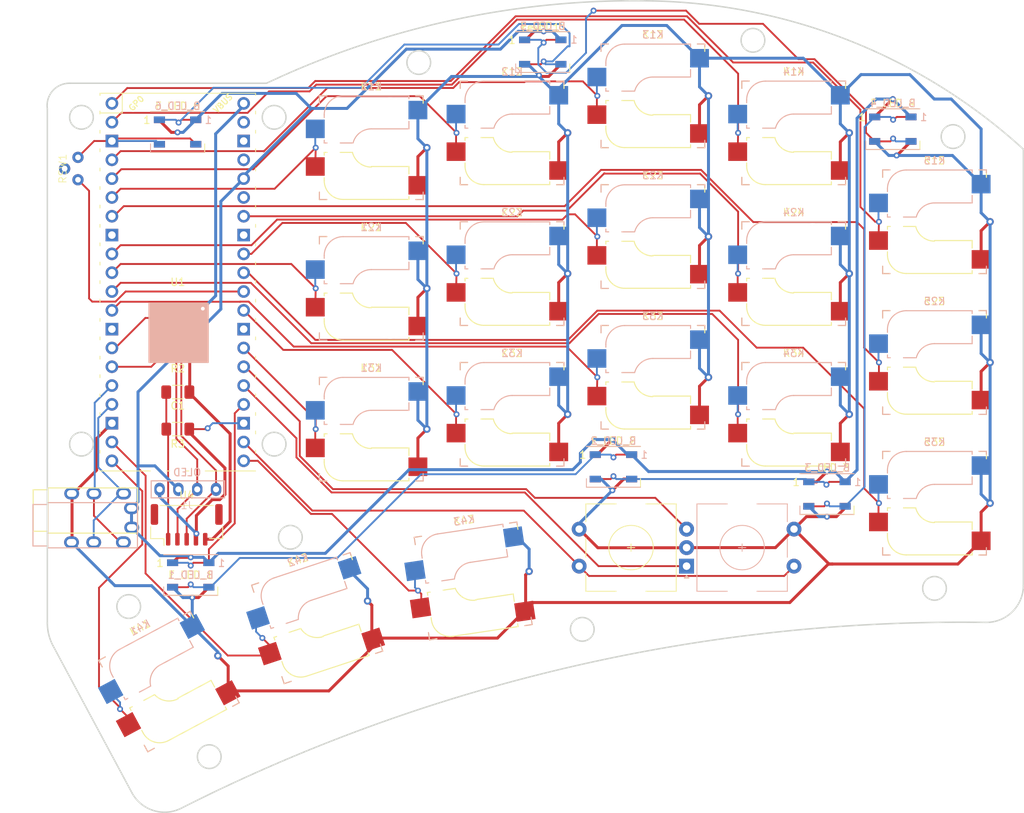
<source format=kicad_pcb>
(kicad_pcb (version 20240108) (generator "pcbnew") (generator_version "8.0")
  (layers (0 "F.Cu" signal) (31 "B.Cu" signal) (34 "B.Paste" user) (35 "F.Paste" user) (36 "B.SilkS" user "B.Silkscreen") (37 "F.SilkS" user "F.Silkscreen") (38 "B.Mask" user) (39 "F.Mask" user) (44 "Edge.Cuts" user))
  (net 0 "")
  (net 1 "+5V")
  (net 2 "TP_RST")
  (net 3 "GND")
  (net 4 "/k11")
  (net 5 "/k12")
  (net 6 "/k13")
  (net 7 "/k14")
  (net 8 "/k15")
  (net 9 "/k21")
  (net 10 "/k22")
  (net 11 "/k23")
  (net 12 "/k24")
  (net 13 "/k25")
  (net 14 "/k31")
  (net 15 "/k32")
  (net 16 "/k33")
  (net 17 "/k34")
  (net 18 "/k35")
  (net 19 "/k41")
  (net 20 "/k42")
  (net 21 "/k43")
  (net 22 "ENA")
  (net 23 "ENB")
  (net 24 "/k44")
  (net 25 "TX")
  (net 26 "RX")
  (net 27 "+3V3")
  (net 31 "run")
  (net 37 "LED")
  (net 38 "Net-(B_LED_1-DOUT)")
  (net 39 "Net-(B_LED_2-DOUT)")
  (net 40 "Net-(B_LED_3-DOUT)")
  (net 41 "Net-(B_LED_4-DOUT)")
  (net 42 "Net-(B_LED_5-DOUT)")
  (net 45 "GND2")
  (net 46 "GND1")
  (net 47 "TP_DAT{slash}I2C1_SDA")
  (net 48 "TP_CLK{slash}I2C1_SCL")
  (footprint "kwkb-footprint:Kailh_socket_MX_reversible" (layer "F.Cu") (at 89.193 113.524 18.3)
    (property "Reference" "K42")
    (property "Value" "KEYSW")
  )
  (footprint "kwkb-footprint:Kailh_socket_MX_reversible" (layer "F.Cu") (at 172.5 98)
    (property "Reference" "K35")
    (property "Value" "KEYSW")
  )
  (footprint "Connector_JST:JST_GH_BM05B-GHS-TBT_1x05-1MP_P1.25mm_Vertical" (layer "F.Cu") (at 71.588 100.92)
    (property "Reference" "U4")
    (property "Value" "trackpoint")
  )
  (footprint "kwkb-footprint:Kailh_socket_MX_reversible" (layer "F.Cu") (at 96.5 69)
    (property "Reference" "K21")
    (property "Value" "KEYSW")
  )
  (footprint "Resistor_SMD:R_1206_3216Metric_Pad1.30x1.75mm_HandSolder" (layer "F.Cu") (at 70.39 88)
    (property "Reference" "R3")
    (property "Value" "100k")
  )
  (footprint "kwkb-footprint:Kailh_socket_MX_reversible" (layer "F.Cu") (at 153.5 86)
    (property "Reference" "K34")
    (property "Value" "KEYSW")
  )
  (footprint "Capacitor_SMD:C_1206_3216Metric_Pad1.33x1.80mm_HandSolder" (layer "F.Cu") (at 70.39 83 180)
    (property "Reference" "C1")
    (property "Value" "2.2uf")
  )
  (footprint "kwkb-footprint:Kailh_socket_MX_reversible" (layer "F.Cu") (at 115.5 48)
    (property "Reference" "K12")
    (property "Value" "KEYSW")
  )
  (footprint "kwkb-footprint:Kailh_socket_MX_reversible" (layer "F.Cu") (at 115.5 86)
    (property "Reference" "K32")
    (property "Value" "KEYSW")
  )
  (footprint "kwkb-footprint:Kailh_socket_MX_reversible" (layer "F.Cu") (at 96.5 50)
    (property "Reference" "K11")
    (property "Value" "KEYSW")
  )
  (footprint "LED_SMD:LED_WS2812B_PLCC4_5.0x5.0mm_P3.2mm" (layer "F.Cu") (at 166.878 47.499)
    (property "Reference" "F_LED_4")
    (property "Value" "WS2812B")
  )
  (footprint "LED_SMD:LED_WS2812B_PLCC4_5.0x5.0mm_P3.2mm" (layer "F.Cu") (at 70.37019 47.882)
    (property "Reference" "F_LED_6")
    (property "Value" "WS2812B")
  )
  (footprint "kwkb-footprint:Kailh_socket_MX_reversible" (layer "F.Cu") (at 96.5 88)
    (property "Reference" "K31")
    (property "Value" "KEYSW")
  )
  (footprint "LED_SMD:LED_WS2812B_PLCC4_5.0x5.0mm_P3.2mm" (layer "F.Cu") (at 129.177 93.09)
    (property "Reference" "F_LED_2")
    (property "Value" "WS2812B")
  )
  (footprint "kwkb-footprint:Kailh_socket_MX_reversible" (layer "F.Cu") (at 115.5 67)
    (property "Reference" "K22")
    (property "Value" "KEYSW")
  )
  (footprint "LED_SMD:LED_WS2812B_PLCC4_5.0x5.0mm_P3.2mm" (layer "F.Cu") (at 119.634 37.084)
    (property "Reference" "F_LED_5")
    (property "Value" "WS2812B")
  )
  (footprint "kwkb-footprint:RotaryEncoder_EC11-no-legs" (layer "F.Cu") (at 131.55 104 180)
    (property "Reference" "SW1")
    (property "Value" "RotaryEncoder_Switch")
  )
  (footprint "kwkb-footprint:4.5x4.5x5side-switch" (layer "F.Cu") (at 55.372 52.832 90)
    (property "Reference" "RSW1")
    (property "Value" "SW_PUSH")
  )
  (footprint "kwkb-footprint:Kailh_socket_MX_reversible" (layer "F.Cu") (at 134.5 62)
    (property "Reference" "K23")
    (property "Value" "KEYSW")
  )
  (footprint "kwkb-footprint:TRRS-PJ-320A" (layer "F.Cu") (at 52.875 98.99 90)
    (property "Reference" "U2")
    (property "Value" "TRRS")
  )
  (footprint "kwkb-footprint:Kailh_socket_MX_reversible" (layer "F.Cu") (at 153.5 48)
    (property "Reference" "K14")
    (property "Value" "KEYSW")
  )
  (footprint "kwkb-footprint:Kailh_socket_MX_reversible" (layer "F.Cu") (at 134.5 81)
    (property "Reference" "K33")
    (property "Value" "KEYSW")
  )
  (footprint "LED_SMD:LED_WS2812B_PLCC4_5.0x5.0mm_P3.2mm" (layer "F.Cu") (at 157.988 96.774)
    (property "Reference" "F_LED_3")
    (property "Value" "WS2812B")
  )
  (footprint "kwkb-footprint:Kailh_socket_MX_reversible" (layer "F.Cu") (at 153.5 67)
    (property "Reference" "K24")
    (property "Value" "KEYSW")
  )
  (footprint "kwkb-footprint:Kailh_socket_MX_reversible" (layer "F.Cu") (at 69.200591 122.09 28.2)
    (property "Reference" "K41")
    (property "Value" "KEYSW")
  )
  (footprint "LED_SMD:LED_WS2812B_PLCC4_5.0x5.0mm_P3.2mm" (layer "F.Cu") (at 72.136 107.696)
    (property "Reference" "F_LED_1")
    (property "Value" "WS2812B")
  )
  (footprint "Resistor_SMD:R_1206_3216Metric_Pad1.30x1.75mm_HandSolder" (layer "F.Cu") (at 70.39 78 180)
    (property "Reference" "R2")
    (property "Value" "4.7k")
  )
  (footprint "kwkb-footprint:Kailh_socket_MX_reversible" (layer "F.Cu") (at 172.5 60)
    (property "Reference" "K15")
    (property "Value" "KEYSW")
  )
  (footprint "kwkb-footprint:RPi_Pico_TH" (layer "F.Cu") (at 70.39 68.15)
    (property "Reference" "U1")
    (property "Value" "Pico")
  )
  (footprint "Resistor_SMD:R_1206_3216Metric_Pad1.30x1.75mm_HandSolder" (layer "F.Cu") (at 70.39 73 180)
    (property "Reference" "R1")
    (property "Value" "4.7k")
  )
  (footprint "kwkb-footprint:Kailh_socket_MX_reversible" (layer "F.Cu") (at 134.5 43)
    (property "Reference" "K13")
    (property "Value" "KEYSW")
  )
  (footprint "kwkb-footprint:Kailh_socket_MX_reversible" (layer "F.Cu") (at 110.25 108.5 8.5)
    (property "Reference" "K43")
    (property "Value" "KEYSW")
  )
  (footprint "kwkb-footprint:Kailh_socket_MX_reversible" (layer "F.Cu") (at 172.5 79)
    (property "Reference" "K25")
    (property "Value" "KEYSW")
  )
  (footprint "LED_SMD:LED_WS2812B_PLCC4_5.0x5.0mm_P3.2mm" (layer "B.Cu") (at 166.878 47.499 180)
    (property "Reference" "B_LED_4")
    (property "Value" "WS2812B")
  )
  (footprint "LED_SMD:LED_WS2812B_PLCC4_5.0x5.0mm_P3.2mm" (layer "B.Cu") (at 129.177 93.09 180)
    (property "Reference" "B_LED_2")
    (property "Value" "WS2812B")
  )
  (footprint "kwkb-footprint:RotaryEncoder_EC11-no-legs" (layer "B.Cu") (at 146.54 104)
    (property "Reference" "SW2")
    (property "Value" "RotaryEncoder_Switch")
  )
  (footprint "LED_SMD:LED_WS2812B_PLCC4_5.0x5.0mm_P3.2mm" (layer "B.Cu") (at 72.136 107.696 180)
    (property "Reference" "B_LED_1")
    (property "Value" "WS2812B")
  )
  (footprint "kwkb-footprint:TRRS-PJ-320A" (layer "B.Cu") (at 52.8475 100.98 -90)
    (property "Reference" "U3")
    (property "Value" "TRRS")
  )
  (footprint "LED_SMD:LED_WS2812B_PLCC4_5.0x5.0mm_P3.2mm" (layer "B.Cu") (at 157.988 96.774 180)
    (property "Reference" "B_LED_3")
    (property "Value" "WS2812B")
  )
  (footprint "kwkb-footprint:OLED" (layer "B.Cu") (at 71.628 96.012 180)
    (property "Reference" "J1")
    (property "Value" "OLED")
  )
  (footprint "LED_SMD:LED_WS2812B_PLCC4_5.0x5.0mm_P3.2mm" (layer "B.Cu") (at 119.634 37.084 180)
    (property "Reference" "B_LED_5")
    (property "Value" "WS2812B")
  )
  (footprint "LED_SMD:LED_WS2812B_PLCC4_5.0x5.0mm_P3.2mm" (layer "B.Cu") (at 70.358 47.88 180)
    (property "Reference" "B_LED_6")
    (property "Value" "WS2812B")
  )
  (gr_rect (start 66.5 71) (end 74.5 79) (stroke (width 0.15)) (fill solid) (layer "B.SilkS"))
  (gr_circle (center 57.39 45.9) (end 58.99 45.9) (stroke (width 0.2)) (fill none) (layer "Edge.Cuts"))
  (gr_arc (start 70.858334 139.186128) (mid 123.616641 120.053861) (end 179.419857 114.097045) (stroke (width 0.2)) (layer "Edge.Cuts"))
  (gr_arc (start 82.363295 41.300459) (mid 107.78088 32.710058) (end 134.492012 30.187347) (stroke (width 0.2)) (layer "Edge.Cuts"))
  (gr_circle (center 63.76626 111.954887) (end 65.36626 111.954887) (stroke (width 0.2)) (fill none) (layer "Edge.Cuts"))
  (gr_circle (center 172.5 109.5) (end 174.1 109.5) (stroke (width 0.2)) (fill none) (layer "Edge.Cuts"))
  (gr_arc (start 70.858334 139.186128) (mid 67.098494 139.494532) (end 64.193323 137.08798) (stroke (width 0.2)) (layer "Edge.Cuts"))
  (gr_circle (center 57.39 90.0295) (end 58.99 90.0295) (stroke (width 0.2)) (fill none) (layer "Edge.Cuts"))
  (gr_line (start 53.5615 117.259295) (end 64.193323 137.08798) (stroke (width 0.2)) (layer "Edge.Cuts"))
  (gr_circle (center 85.582147 102.605622) (end 87.182147 102.605622) (stroke (width 0.2)) (fill none) (layer "Edge.Cuts"))
  (gr_arc (start 134.492012 30.187347) (mid 161.308671 35.658607) (end 184.492 50.205125) (stroke (width 0.2)) (layer "Edge.Cuts"))
  (gr_line (start 52.79 44.734093) (end 52.79 114.187765) (stroke (width 0.2)) (layer "Edge.Cuts"))
  (gr_circle (center 175 48.5) (end 176.6 48.5) (stroke (width 0.2)) (fill none) (layer "Edge.Cuts"))
  (gr_arc (start 184.492 109.097565) (mid 183.001947 112.658537) (end 179.419857 114.097045) (stroke (width 0.2)) (layer "Edge.Cuts"))
  (gr_line (start 184.492 109.097565) (end 184.492 50.205125) (stroke (width 0.2)) (layer "Edge.Cuts"))
  (gr_arc (start 52.79 44.734093) (mid 53.497926 42.327546) (end 55.786346 41.3) (stroke (width 0.2)) (layer "Edge.Cuts"))
  (gr_circle (center 83.39 45.9) (end 84.99 45.9) (stroke (width 0.2)) (fill none) (layer "Edge.Cuts"))
  (gr_circle (center 74.63489 132.225113) (end 76.23489 132.225113) (stroke (width 0.2)) (fill none) (layer "Edge.Cuts"))
  (gr_circle (center 148 35.5) (end 149.6 35.5) (stroke (width 0.2)) (fill none) (layer "Edge.Cuts"))
  (gr_arc (start 53.5615 117.259295) (mid 52.985832 115.771234) (end 52.79 114.187765) (stroke (width 0.2)) (layer "Edge.Cuts"))
  (gr_circle (center 83.39 90.0295) (end 84.99 90.0295) (stroke (width 0.2)) (fill none) (layer "Edge.Cuts"))
  (gr_circle (center 124.969356 115.032953) (end 126.569356 115.032953) (stroke (width 0.2)) (fill none) (layer "Edge.Cuts"))
  (gr_circle (center 102.906175 38.5) (end 104.506175 38.5) (stroke (width 0.2)) (fill none) (layer "Edge.Cuts"))
  (gr_line (start 82.3641 41.3) (end 55.786346 41.3) (stroke (width 0.2)) (layer "Edge.Cuts"))
  (gr_text "rev: 1\n" (at 119.38 33.782 0) (layer "F.SilkS") (effects (font (size 1 1.2))))
  (segment (start 72 73.5) (end 72 83.176) (width 0.4) (layer "F.Cu") (net 1))
  (segment (start 73.766 71.734) (end 72 73.5) (width 0.4) (layer "F.Cu") (net 1))
  (segment (start 75.04866 102.87) (end 74.088 102.87) (width 0.4) (layer "F.Cu") (net 1))
  (segment (start 72 83.176) (end 77.4505 88.6265) (width 0.4) (layer "F.Cu") (net 1))
  (segment (start 77.4505 100.46816) (end 75.04866 102.87) (width 0.4) (layer "F.Cu") (net 1))
  (segment (start 77.4505 88.6265) (end 77.4505 100.46816) (width 0.4) (layer "F.Cu") (net 1))
  (via (at 73.766 71.734) (size 1) (drill 0.5) (layers "F.Cu" "B.Cu") (net 1))
  (segment (start 75.5 48.13) (end 79.28 44.35) (width 0.4) (layer "B.Cu") (net 1))
  (segment (start 73.766 71.734) (end 75.5 70) (width 0.4) (layer "B.Cu") (net 1))
  (segment (start 75.5 70) (end 75.5 48.13) (width 0.4) (layer "B.Cu") (net 1))
  (segment (start 69.088 102.87) (end 69.088 88.248) (width 0.25) (layer "F.Cu") (net 2))
  (segment (start 68.84 88) (end 68.84 83.0125) (width 0.25) (layer "F.Cu") (net 2))
  (segment (start 59.44 93.54) (end 59.44 89.27) (width 0.4) (layer "F.Cu") (net 3))
  (segment (start 59.44 89.27) (end 61.5 87.21) (width 0.4) (layer "F.Cu") (net 3))
  (segment (start 159.258 99.822) (end 157.988 99.822) (width 0.4) (layer "F.Cu") (net 3))
  (segment (start 175.66 106.21) (end 178.79 103.08) (width 0.4) (layer "F.Cu") (net 3))
  (segment (start 140.79 82.21) (end 142 81) (width 0.4) (layer "F.Cu") (net 3))
  (segment (start 158.18 106.21) (end 158.73 106.21) (width 0.4) (layer "F.Cu") (net 3))
  (segment (start 56.12 103.05) (end 56.12 96.86) (width 0.4) (layer "F.Cu") (net 3))
  (segment (start 74.586 109.346) (end 73.188 110.744) (width 0.4) (layer "F.Cu") (net 3))
  (segment (start 131.627 94.74) (end 130.558 94.74) (width 0.4) (layer "F.Cu") (net 3))
  (segment (start 119.2915 40.386) (end 120.432 40.386) (width 0.4) (layer "F.Cu") (net 3))
  (segment (start 178.79 84.08) (end 178.79 80.21) (width 0.4) (layer "F.Cu") (net 3))
  (segment (start 159.79 91.08) (end 159.79 87.21) (width 0.4) (layer "F.Cu") (net 3))
  (segment (start 139.04 104) (end 151.04 104) (width 0.4) (layer "F.Cu") (net 3))
  (segment (start 152.98 111.41) (end 158.18 106.21) (width 0.4) (layer "F.Cu") (net 3))
  (segment (start 117.8 107.2) (end 117.326574 107.673426) (width 0.4) (layer "F.Cu") (net 3))
  (segment (start 158.73 106.21) (end 175.66 106.21) (width 0.4) (layer "F.Cu") (net 3))
  (segment (start 167.423 51.054) (end 167.386 51.054) (width 0.4) (layer "F.Cu") (net 3))
  (segment (start 96.573847 111.773847) (end 96.573847 116.217425) (width 0.4) (layer "F.Cu") (net 3))
  (segment (start 169.328 49.149) (end 167.423 51.054) (width 0.4) (layer "F.Cu") (net 3))
  (segment (start 121.79 91.08) (end 121.79 87.21) (width 0.4) (layer "F.Cu") (net 3))
  (segment (start 121.79 53.08) (end 121.79 49.21) (width 0.4) (layer "F.Cu") (net 3))
  (segment (start 121.79 49.21) (end 123 48) (width 0.4) (layer "F.Cu") (net 3))
  (segment (start 117.326574 112.410576) (end 118.32715 111.41) (width 0.4) (layer "F.Cu") (net 3))
  (segment (start 102.79 51.21) (end 104 50) (width 0.4) (layer "F.Cu") (net 3))
  (segment (start 119.126 40.2205) (end 119.2915 40.386) (width 0.4) (layer "F.Cu") (net 3))
  (segment (start 178.79 80.21) (end 180 79) (width 0.4) (layer "F.Cu") (net 3))
  (segment (start 159.79 87.21) (end 161 86) (width 0.4) (layer "F.Cu") (net 3))
  (segment (start 56.12 96.86) (end 59.44 93.54) (width 0.4) (layer "F.Cu") (net 3))
  (segment (start 90.777085 123.344409) (end 96.573847 117.547647) (width 0.4) (layer "F.Cu") (net 3))
  (segment (start 96 111.2) (end 96.573847 111.773847) (width 0.4) (layer "F.Cu") (net 3))
  (segment (start 130.558 94.74) (end 129.032 96.266) (width 0.4) (layer "F.Cu") (net 3))
  (segment (start 140.79 86.08) (end 140.79 82.21) (width 0.4) (layer "F.Cu") (net 3))
  (segment (start 96.573847 116.217425) (end 113.519725 116.217425) (width 0.4) (layer "F.Cu") (net 3))
  (segment (start 127.07 104.02) (end 139.02 104.02) (width 0.4) (layer "F.Cu") (net 3))
  (segment (start 178.79 99.21) (end 180 98) (width 0.4) (layer "F.Cu") (net 3))
  (segment (start 178.79 61.21) (end 180 60) (width 0.4) (layer "F.Cu") (net 3))
  (segment (start 102.79 70.21) (end 104 69) (width 0.4) (layer "F.Cu") (net 3))
  (segment (start 77.187891 119.987891) (end 77.187891 123.344409) (width 0.4) (layer "F.Cu") (net 3))
  (segment (start 102.79 93.08) (end 102.79 89.21) (width 0.4) (layer "F.Cu") (net 3))
  (segment (start 159.79 53.08) (end 159.79 49.21) (width 0.4) (layer "F.Cu") (net 3))
  (segment (start 140.79 67.08) (end 140.79 63.21) (width 0.4) (layer "F.Cu") (net 3))
  (segment (start 77.187891 123.344409) (end 90.777085 123.344409) (width 0.4) (layer "F.Cu") (net 3))
  (segment (start 153.55 101.5) (end 158.26 106.21) (width 0.4) (layer "F.Cu") (net 3))
  (segment (start 155.218 99.822) (end 153.54 101.5) (width 0.4) (layer "F.Cu") (net 3))
  (segment (start 102.79 74.08) (end 102.79 70.21) (width 0.4) (layer "F.Cu") (net 3))
  (segment (start 159.79 72.08) (end 159.79 68.21) (width 0.4) (layer "F.Cu") (net 3))
  (segment (start 158.26 106.21) (end 158.73 106.21) (width 0.4) (layer "F.Cu") (net 3))
  (segment (start 124.55 101.5) (end 127.07 104.02) (width 0.4) (layer "F.Cu") (net 3))
  (segment (start 140.79 44.21) (end 142 43) (width 0.4) (layer "F.Cu") (net 3))
  (segment (start 140.79 63.21) (end 142 62) (width 0.4) (layer "F.Cu") (net 3))
  (segment (start 102.79 89.21) (end 104 88) (width 0.4) (layer "F.Cu") (net 3))
  (segment (start 140.79 48.08) (end 140.79 44.21) (width 0.4) (layer "F.Cu") (net 3))
  (segment (start 113.519725 116.217425) (end 117.326574 112.410576) (width 0.4) (layer "F.Cu") (net 3))
  (segment (start 118.32715 111.41) (end 152.98 111.41) (width 0.4) (layer "F.Cu") (net 3))
  (segment (start 178.79 65.08) (end 178.79 61.21) (width 0.4) (layer "F.Cu") (net 3))
  (segment (start 157.988 99.822) (end 155.218 99.822) (width 0.4) (layer "F.Cu") (net 3))
  (segment (start 121.79 87.21) (end 123 86) (width 0.4) (layer "F.Cu") (net 3))
  (segment (start 102.79 55.08) (end 102.79 51.21) (width 0.4) (layer "F.Cu") (net 3))
  (segment (start 159.79 68.21) (end 161 67) (width 0.4) (layer "F.Cu") (net 3))
  (segment (start 151.04 104) (end 153.54 101.5) (width 0.4) (layer "F.Cu") (net 3))
  (segment (start 120.432 40.386) (end 122.084 38.734) (width 0.4) (layer "F.Cu") (net 3))
  (segment (start 96.573847 117.547647) (end 96.573847 116.217425) (width 0.4) (layer "F.Cu") (net 3))
  (segment (start 117.326574 107.673426) (end 117.326574 112.410576) (width 0.4) (layer "F.Cu") (net 3))
  (segment (start 160.438 98.642) (end 159.258 99.822) (width 0.4) (layer "F.Cu") (net 3))
  (segment (start 121.79 68.21) (end 123 67) (width 0.4) (layer "F.Cu") (net 3))
  (segment (start 121.79 72.08) (end 121.79 68.21) (width 0.4) (layer "F.Cu") (net 3))
  (segment (start 75.8 118.6) (end 77.187891 119.987891) (width 0.4) (layer "F.Cu") (net 3))
  (segment (start 178.79 103.08) (end 178.79 99.21) (width 0.4) (layer "F.Cu") (net 3))
  (segment (start 73.188 110.744) (end 72.343432 110.744) (width 0.4) (layer "F.Cu") (net 3))
  (segment (start 159.79 49.21) (end 161 48) (width 0.4) (layer "F.Cu") (net 3))
  (via (at 123 86) (size 1) (drill 0.5) (layers "F.Cu" "B.Cu") (net 3))
  (via (at 123 48) (size 1) (drill 0.5) (layers "F.Cu" "B.Cu") (net 3))
  (via (at 123 67) (size 1) (drill 0.5) (layers "F.Cu" "B.Cu") (net 3))
  (via (at 142 62) (size 1) (drill 0.5) (layers "F.Cu" "B.Cu") (net 3))
  (via (at 180 98) (size 1) (drill 0.5) (layers "F.Cu" "B.Cu") (net 3))
  (via (at 72.343432 110.744) (size 0.8) (drill 0.4) (layers "F.Cu" "B.Cu") (net 3))
  (via (at 161 86) (size 1) (drill 0.5) (layers "F.Cu" "B.Cu") (net 3))
  (via (at 180 60) (size 1) (drill 0.5) (layers "F.Cu" "B.Cu") (net 3))
  (via (at 142 43) (size 1) (drill 0.5) (layers "F.Cu" "B.Cu") (net 3))
  (via (at 104 69) (size 1) (drill 0.5) (layers "F.Cu" "B.Cu") (net 3))
  (via (at 119.126 40.2205) (size 0.8) (drill 0.4) (layers "F.Cu" "B.Cu") (net 3))
  (via (at 117.8 107.2) (size 1) (drill 0.5) (layers "F.Cu" "B.Cu") (net 3))
  (via (at 96 111.2) (size 1) (drill 0.5) (layers "F.Cu" "B.Cu") (net 3))
  (via (at 129.032 96.266) (size 0.8) (drill 0.4) (layers "F.Cu" "B.Cu") (net 3))
  (via (at 75.8 118.6) (size 1) (drill 0.5) (layers "F.Cu" "B.Cu") (net 3))
  (via (at 161 67) (size 1) (drill 0.5) (layers "F.Cu" "B.Cu") (net 3))
  (via (at 161 48) (size 1) (drill 0.5) (layers "F.Cu" "B.Cu") (net 3))
  (via (at 142 81) (size 1) (drill 0.5) (layers "F.Cu" "B.Cu") (net 3))
  (via (at 167.386 51.054) (size 0.8) (drill 0.4) (layers "F.Cu" "B.Cu") (net 3))
  (via (at 104 50) (size 1) (drill 0.5) (layers "F.Cu" "B.Cu") (net 3))
  (via (at 104 88) (size 1) (drill 0.5) (layers "F.Cu" "B.Cu") (net 3))
  (via (at 157.988 99.822) (size 0.8) (drill 0.4) (layers "F.Cu" "B.Cu") (net 3))
  (via (at 180 79) (size 1) (drill 0.5) (layers "F.Cu" "B.Cu") (net 3))
  (segment (start 142 62) (end 140.79 60.79) (width 0.4) (layer "B.Cu") (net 3))
  (segment (start 161 48) (end 159.79 46.79) (width 0.4) (layer "B.Cu") (net 3))
  (segment (start 117.8 104.2) (end 116.00493 102.40493) (width 0.4) (layer "B.Cu") (net 3))
  (segment (start 61.4075 108.64) (end 61.41 108.64) (width 0.4) (layer "B.Cu") (net 3))
  (segment (start 161 48) (end 161 67) (width 0.4) (layer "B.Cu") (net 3))
  (segment (start 123 48) (end 121.79 46.79) (width 0.4) (layer "B.Cu") (net 3))
  (segment (start 178.79 77.79) (end 178.79 73.92) (width 0.4) (layer "B.Cu") (net 3))
  (segment (start 72.343432 114.640634) (end 75.8 118.097202) (width 0.4) (layer "B.Cu") (net 3))
  (segment (start 123 86) (end 123 67) (width 0.4) (layer "B.Cu") (net 3))
  (segment (start 178.79 96.79) (end 178.79 92.92) (width 0.4) (layer "B.Cu") (net 3))
  (segment (start 174.924 51.054) (end 178.79 54.92) (width 0.4) (layer "B.Cu") (net 3))
  (segment (start 140.79 60.79) (end 140.79 56.92) (width 0.4) (layer "B.Cu") (net 3))
  (segment (start 156.936 99.822) (end 157.988 99.822) (width 0.4) (layer "B.Cu") (net 3))
  (segment (start 61.91 109.14) (end 66.842798 109.14) (width 0.4) (layer "B.Cu") (net 3))
  (segment (start 104 88) (end 102.79 86.79) (width 0.4) (layer "B.Cu") (net 3))
  (segment (start 178.79 54.92) (end 178.79 47.472) (width 0.4) (layer "B.Cu") (net 3))
  (segment (start 61.41 108.64) (end 61.91 109.14) (width 0.4) (layer "B.Cu") (net 3))
  (segment (start 119.126 40.386) (end 107.324 40.386) (width 0.4) (layer "B.Cu") (net 3))
  (segment (start 104 69) (end 102.79 67.79) (width 0.4) (layer "B.Cu") (net 3))
  (segment (start 136.37 33.5) (end 130.33 33.5) (width 0.4) (layer "B.Cu") (net 3))
  (segment (start 126.727 94.74) (end 127.506 94.74) (width 0.4) (layer "B.Cu") (net 3))
  (segment (start 162.578 40.132) (end 159.79 42.92) (width 0.4) (layer "B.Cu") (net 3))
  (segment (start 56.0475 103.28) (end 61.4075 108.64) (width 0.4) (layer "B.Cu") (net 3))
  (segment (start 155.538 98.424) (end 156.936 99.822) (width 0.4) (layer "B.Cu") (net 3))
  (segment (start 117.8 107.2) (end 117.8 104.2) (width 0.4) (layer "B.Cu") (net 3))
  (segment (start 161 86) (end 159.79 84.79) (width 0.4) (layer "B.Cu") (net 3))
  (segment (start 166.333 51.054) (end 167.211549 51.054) (width 0.4) (layer "B.Cu") (net 3))
  (segment (start 174.752 43.434) (end 172.466 43.434) (width 0.4) (layer "B.Cu") (net 3))
  (segment (start 102.79 48.79) (end 102.79 44.92) (width 0.4) (layer "B.Cu") (net 3))
  (segment (start 159.79 42.92) (end 154.79 37.92) (width 0.4) (layer "B.Cu") (net 3))
  (segment (start 180 60) (end 180 79) (width 0.4) (layer "B.Cu") (net 3))
  (segment (start 102.79 67.79) (end 102.79 63.92) (width 0.4) (layer "B.Cu") (net 3))
  (segment (start 180 60) (end 178.79 58.79) (width 0.4) (layer "B.Cu") (net 3))
  (segment (start 102.79 86.79) (end 102.79 82.92) (width 0.4) (layer "B.Cu") (net 3))
  (segment (start 72.343432 110.744) (end 72.343432 114.640634) (width 0.4) (layer "B.Cu") (net 3))
  (segment (start 178.79 58.79) (end 178.79 54.92) (width 0.4) (layer "B.Cu") (net 3))
  (segment (start 164.428 49.149) (end 166.333 51.054) (width 0.4) (layer "B.Cu") (net 3))
  (segment (start 129.032 96.266) (end 124.55 100.748) (width 0.4) (layer "B.Cu") (net 3))
  (segment (start 140.79 79.79) (end 140.79 75.92) (width 0.4) (layer "B.Cu") (net 3))
  (segment (start 121.79 46.79) (end 121.79 42.92) (width 0.4) (layer "B.Cu") (net 3))
  (segment (start 121.79 65.79) (end 121.79 61.92) (width 0.4) (layer "B.Cu") (net 3))
  (segment (start 104 50) (end 104 69) (width 0.4) (layer "B.Cu") (net 3))
  (segment (start 119.126 40.2205) (end 117.6395 38.734) (width 0.4) (layer "B.Cu") (net 3))
  (segment (start 178.79 47.472) (end 174.752 43.434) (width 0.4) (layer "B.Cu") (net 3))
  (segment (start 140.79 37.92) (end 136.37 33.5) (width 0.4) (layer "B.Cu") (net 3))
  (segment (start 159.79 65.79) (end 159.79 61.92) (width 0.4) (layer "B.Cu") (net 3))
  (segment (start 107.324 40.386) (end 102.79 44.92) (width 0.4) (layer "B.Cu") (net 3))
  (segment (start 123 86) (end 121.79 84.79) (width 0.4) (layer "B.Cu") (net 3))
  (segment (start 142 62) (end 142 81) (width 0.4) (layer "B.Cu") (net 3))
  (segment (start 123 67) (end 123 48) (width 0.4) (layer "B.Cu") (net 3))
  (segment (start 123 67) (end 121.79 65.79) (width 0.4) (layer "B.Cu") (net 3))
  (segment (start 169.164 40.132) (end 162.578 40.132) (width 0.4) (layer "B.Cu") (net 3))
  (segment (start 180 79) (end 178.79 77.79) (width 0.4) (layer "B.Cu") (net 3))
  (segment (start 121.79 84.79) (end 121.79 80.92) (width 0.4) (layer "B.Cu") (net 3))
  (segment (start 71.084 110.744) (end 72.343432 110.744) (width 0.4) (layer "B.Cu") (net 3))
  (segment (start 161 67) (end 161 86) (width 0.4) (layer "B.Cu") (net 3))
  (segment (start 119.126 40.386) (end 119.126 40.2205) (width 0.4) (layer "B.Cu") (net 3))
  (segment (start 161 67) (end 159.79 65.79) (width 0.4) (layer "B.Cu") (net 3))
  (segment (start 104 69) (end 104 88) (width 0.4) (layer "B.Cu") (net 3))
  (segment (start 104 50) (end 102.79 48.79) (width 0.4) (layer "B.Cu") (net 3))
  (segment (start 142 81) (end 140.79 79.79) (width 0.4) (layer "B.Cu") (net 3))
  (segment (start 167.386 51.054) (end 174.924 51.054) (width 0.4) (layer "B.Cu") (net 3))
  (segment (start 159.79 84.79) (end 159.79 80.92) (width 0.4) (layer "B.Cu") (net 3))
  (segment (start 127.506 94.74) (end 129.032 96.266) (width 0.4) (layer "B.Cu") (net 3))
  (segment (start 154.79 37.92) (end 140.79 37.92) (width 0.4) (layer "B.Cu") (net 3))
  (segment (start 96 111.2) (end 96 109.571226) (width 0.4) (layer "B.Cu") (net 3))
  (segment (start 69.686 109.346) (end 71.084 110.744) (width 0.4) (layer "B.Cu") (net 3))
  (segment (start 140.79 41.79) (end 140.79 37.92) (width 0.4) (layer "B.Cu") (net 3))
  (segment (start 142 43) (end 140.79 41.79) (width 0.4) (layer "B.Cu") (net 3))
  (segment (start 180 79) (end 180 98) (width 0.4) (layer "B.Cu") (net 3))
  (segment (start 180 98) (end 178.79 96.79) (width 0.4) (layer "B.Cu") (net 3))
  (segment (start 121.66 42.92) (end 119.253 40.513) (width 0.4) (layer "B.Cu") (net 3))
  (segment (start 130.33 33.5) (end 121.79 42.04) (width 0.4) (layer "B.Cu") (net 3))
  (segment (start 75.8 118.097202) (end 75.8 118.6) (width 0.4) (layer "B.Cu") (net 3))
  (segment (start 96 109.571226) (end 93.098922 106.670148) (width 0.4) (layer "B.Cu") (net 3))
  (segment (start 172.466 43.434) (end 169.164 40.132) (width 0.4) (layer "B.Cu") (net 3))
  (segment (start 142 43) (end 142 62) (width 0.4) (layer "B.Cu") (net 3))
  (segment (start 66.842798 109.14) (end 72.343432 114.640634) (width 0.4) (layer "B.Cu") (net 3))
  (segment (start 119.253 40.513) (end 119.126 40.386) (width 0.4) (layer "B.Cu") (net 3))
  (segment (start 159.79 46.79) (end 159.79 42.92) (width 0.4) (layer "B.Cu") (net 3))
  (segment (start 62.675 55.545) (end 83.455 55.545) (width 0.25) (layer "F.Cu") (net 4))
  (segment (start 88.94 52.54) (end 89 50) (width 0.25) (layer "F.Cu") (net 4))
  (segment (start 61.5 56.72) (end 62.675 55.545) (width 0.25) (layer "F.Cu") (net 4))
  (segment (start 83.455 55.545) (end 89 50) (width 0.25) (layer "F.Cu") (net 4))
  (via (at 89 50) (size 0.8) (drill 0.4) (layers "F.Cu" "B.Cu") (net 4))
  (segment (start 89 50) (end 88.94 49.94) (width 0.25) (layer "B.Cu") (net 4))
  (segment (start 88.94 49.94) (end 88.94 47.46) (width 0.25) (layer "B.Cu") (net 4))
  (segment (start 90.455 43.045) (end 103.045 43.045) (width 0.25) (layer "F.Cu") (net 5))
  (segment (start 62.775 52.905) (end 80.595 52.905) (width 0.25) (layer "F.Cu") (net 5))
  (segment (start 61.5 54.18) (end 62.775 52.905) (width 0.25) (layer "F.Cu") (net 5))
  (segment (start 108 48) (end 107.94 48.06) (width 0.25) (layer "F.Cu") (net 5))
  (segment (start 80.595 52.905) (end 90.455 43.045) (width 0.25) (layer "F.Cu") (net 5))
  (segment (start 107.94 48.06) (end 107.94 50.54) (width 0.25) (layer "F.Cu") (net 5))
  (segment (start 103.045 43.045) (end 108 48) (width 0.25) (layer "F.Cu") (net 5))
  (via (at 108 48) (size 0.8) (drill 0.4) (layers "F.Cu" "B.Cu") (net 5))
  (segment (start 107.94 47.94) (end 108 48) (width 0.25) (layer "B.Cu") (net 5))
  (segment (start 107.94 45.46) (end 107.94 47.94) (width 0.25) (layer "B.Cu") (net 5))
  (segment (start 117.16035 41.148) (end 117.26335 41.045) (width 0.25) (layer "F.Cu") (net 6))
  (segment (start 126.94 45.54) (end 126.94 43.06) (width 0.25) (layer "F.Cu") (net 6))
  (segment (start 82 50.5) (end 90.559944 41.940056) (width 0.25) (layer "F.Cu") (net 6))
  (segment (start 81.965 50.465) (end 82 50.5) (width 0.25) (layer "F.Cu") (net 6))
  (segment (start 61.5 51.64) (end 62.675 50.465) (width 0.25) (layer "F.Cu") (net 6))
  (segment (start 108.352 41.148) (end 117.16035 41.148) (width 0.25) (layer "F.Cu") (net 6))
  (segment (start 107.559944 41.940056) (end 108.352 41.148) (width 0.25) (layer "F.Cu") (net 6))
  (segment (start 126.94 43.06) (end 127 43) (width 0.25) (layer "F.Cu") (net 6))
  (segment (start 90.559944 41.940056) (end 107.559944 41.940056) (width 0.25) (layer "F.Cu") (net 6))
  (segment (start 125.045 41.045) (end 127 43) (width 0.25) (layer "F.Cu") (net 6))
  (segment (start 62.675 50.465) (end 81.965 50.465) (width 0.25) (layer "F.Cu") (net 6))
  (segment (start 117.26335 41.045) (end 125.045 41.045) (width 0.25) (layer "F.Cu") (net 6))
  (via (at 127 43) (size 0.8) (drill 0.4) (layers "F.Cu" "B.Cu") (net 6))
  (segment (start 127 43) (end 126.94 42.94) (width 0.25) (layer "B.Cu") (net 6))
  (segment (start 126.94 42.94) (end 126.94 40.46) (width 0.25) (layer "B.Cu") (net 6))
  (segment (start 146 40) (end 146 48) (width 0.25) (layer "F.Cu") (net 7))
  (segment (start 145.94 50.54) (end 146 48) (width 0.25) (layer "F.Cu") (net 7))
  (segment (start 89.079091 41.490056) (end 107.373548 41.490056) (width 0.25) (layer "F.Cu") (net 7))
  (segment (start 82.703123 42.4) (end 88.169147 42.4) (width 0.25) (layer "F.Cu") (net 7))
  (segment (start 116.155604 32.708) (end 138.708 32.708) (width 0.25) (layer "F.Cu") (net 7))
  (segment (start 138.708 32.708) (end 146 40) (width 0.25) (layer "F.Cu") (net 7))
  (segment (start 79.808123 45.295) (end 82.703123 42.4) (width 0.25) (layer "F.Cu") (net 7))
  (segment (start 107.373548 41.490056) (end 116.155604 32.708) (width 0.25) (layer "F.Cu") (net 7))
  (segment (start 61.5 46.56) (end 62.765 45.295) (width 0.25) (layer "F.Cu") (net 7))
  (segment (start 88.169147 42.4) (end 89.079091 41.490056) (width 0.25) (layer "F.Cu") (net 7))
  (segment (start 62.765 45.295) (end 79.808123 45.295) (width 0.25) (layer "F.Cu") (net 7))
  (via (at 146 48) (size 0.8) (drill 0.4) (layers "F.Cu" "B.Cu") (net 7))
  (segment (start 146 48) (end 145.94 47.94) (width 0.25) (layer "B.Cu") (net 7))
  (segment (start 145.94 47.94) (end 145.94 45.46) (width 0.25) (layer "B.Cu") (net 7))
  (segment (start 145.337014 38.5) (end 139.095014 32.258) (width 0.25) (layer "F.Cu") (net 8))
  (segment (start 115.969208 32.258) (end 107.227208 41) (width 0.25) (layer "F.Cu") (net 8))
  (segment (start 162.5 58) (end 162.5 44.878545) (width 0.25) (layer "F.Cu") (net 8))
  (segment (start 164.5 60) (end 162.5 58) (width 0.25) (layer "F.Cu") (net 8))
  (segment (start 107.227208 41) (end 88.932751 41) (width 0.25) (layer "F.Cu") (net 8))
  (segment (start 165 60) (end 164.5 60) (width 0.25) (layer "F.Cu") (net 8))
  (segment (start 87.982751 41.95) (end 63.57 41.95) (width 0.25) (layer "F.Cu") (net 8))
  (segment (start 162.5 44.878545) (end 156.121455 38.5) (width 0.25) (layer "F.Cu") (net 8))
  (segment (start 139.095014 32.258) (end 115.969208 32.258) (width 0.25) (layer "F.Cu") (net 8))
  (segment (start 63.57 41.95) (end 61.5 44.02) (width 0.25) (layer "F.Cu") (net 8))
  (segment (start 156.121455 38.5) (end 145.337014 38.5) (width 0.25) (layer "F.Cu") (net 8))
  (segment (start 88.932751 41) (end 87.982751 41.95) (width 0.25) (layer "F.Cu") (net 8))
  (segment (start 164.94 62.54) (end 165 60) (width 0.25) (layer "F.Cu") (net 8))
  (via (at 165 60) (size 0.8) (drill 0.4) (layers "F.Cu" "B.Cu") (net 8))
  (segment (start 165 60) (end 164.94 59.94) (width 0.25) (layer "B.Cu") (net 8))
  (segment (start 164.94 59.94) (end 164.94 57.46) (width 0.25) (layer "B.Cu") (net 8))
  (segment (start 62.675 65.705) (end 85.705 65.705) (width 0.25) (layer "F.Cu") (net 9))
  (segment (start 88.94 71.54) (end 89 69) (width 0.25) (layer "F.Cu") (net 9))
  (segment (start 61.5 66.88) (end 62.675 65.705) (width 0.25) (layer "F.Cu") (net 9))
  (segment (start 85.705 65.705) (end 89 69) (width 0.25) (layer "F.Cu") (net 9))
  (via (at 89 69) (size 0.8) (drill 0.4) (layers "F.Cu" "B.Cu") (net 9))
  (segment (start 88.94 68.94) (end 88.94 66.46) (width 0.25) (layer "B.Cu") (net 9))
  (segment (start 89 69) (end 88.94 68.94) (width 0.25) (layer "B.Cu") (net 9))
  (segment (start 84.5 60.16) (end 101.16 60.16) (width 0.25) (layer "F.Cu") (net 10))
  (segment (start 79.28 64.34) (end 80.32 64.34) (width 0.25) (layer "F.Cu") (net 10))
  (segment (start 107.94 69.54) (end 108 67) (width 0.25) (layer "F.Cu") (net 10))
  (segment (start 101.16 60.16) (end 108 67) (width 0.25) (layer "F.Cu") (net 10))
  (segment (start 80.32 64.34) (end 84.5 60.16) (width 0.25) (layer "F.Cu") (net 10))
  (via (at 108 67) (size 0.8) (drill 0.4) (layers "F.Cu" "B.Cu") (net 10))
  (segment (start 107.94 66.94) (end 107.94 64.46) (width 0.25) (layer "B.Cu") (net 10))
  (segment (start 108 67) (end 107.94 66.94) (width 0.25) (layer "B.Cu") (net 10))
  (segment (start 126.94 64.54) (end 126.94 62.06) (width 0.25) (layer "F.Cu") (net 11))
  (segment (start 126.94 62.06) (end 127 62) (width 0.25) (layer "F.Cu") (net 11))
  (segment (start 124 59) (end 123 59) (width 0.25) (layer "F.Cu") (net 11))
  (segment (start 62.675 63.165) (end 61.5 64.34) (width 0.25) (layer "F.Cu") (net 11))
  (segment (start 83.79 59.71) (end 80.335 63.165) (width 0.25) (layer "F.Cu") (net 11))
  (segment (start 127 62) (end 124 59) (width 0.25) (layer "F.Cu") (net 11))
  (segment (start 122.29 59.71) (end 83.79 59.71) (width 0.25) (layer "F.Cu") (net 11))
  (segment (start 80.335 63.165) (end 62.675 63.165) (width 0.25) (layer "F.Cu") (net 11))
  (segment (start 123 59) (end 122.29 59.71) (width 0.25) (layer "F.Cu") (net 11))
  (via (at 127 62) (size 0.8) (drill 0.4) (layers "F.Cu" "B.Cu") (net 11))
  (segment (start 127 62) (end 126.94 61.94) (width 0.25) (layer "B.Cu") (net 11))
  (segment (start 126.94 61.94) (end 126.94 59.46) (width 0.25) (layer "B.Cu") (net 11))
  (segment (start 146 67) (end 146 58.636396) (width 0.25) (layer "F.Cu") (net 12))
  (segment (start 122.9 58.5) (end 117 58.5) (width 0.25) (layer "F.Cu") (net 12))
  (segment (start 145.94 69.54) (end 145.94 67.06) (width 0.25) (layer "F.Cu") (net 12))
  (segment (start 116.24 59.26) (end 79.28 59.26) (width 0.25) (layer "F.Cu") (net 12))
  (segment (start 145.94 67.06) (end 146 67) (width 0.25) (layer "F.Cu") (net 12))
  (segment (start 146 58.636396) (end 140.863604 53.5) (width 0.25) (layer "F.Cu") (net 12))
  (segment (start 127.95 53.45) (end 122.9 58.5) (width 0.25) (layer "F.Cu") (net 12))
  (segment (start 140.863604 53.5) (end 128 53.5) (width 0.25) (layer "F.Cu") (net 12))
  (segment (start 128 53.5) (end 127.95 53.45) (width 0.25) (layer "F.Cu") (net 12))
  (segment (start 117 58.5) (end 116.24 59.26) (width 0.25) (layer "F.Cu") (net 12))
  (via micro (at 146 67) (size 0.3) (drill 0.1) (layers "F.Cu" "B.Cu") (net 12))
  (via (at 146 67) (size 0.8) (drill 0.4) (layers "F.Cu" "B.Cu") (net 12))
  (segment (start 145.94 66.94) (end 145.94 64.46) (width 0.25) (layer "B.Cu") (net 12))
  (segment (start 146 67) (end 145.94 66.94) (width 0.25) (layer "B.Cu") (net 12))
  (segment (start 61.5 59.5) (end 63.105 57.895) (width 0.25) (layer "F.Cu") (net 13))
  (segment (start 163 77) (end 165 79) (width 0.25) (layer "F.Cu") (net 13))
  (segment (start 141 53) (end 148.045 60.045) (width 0.25) (layer "F.Cu") (net 13))
  (segment (start 127.5 53) (end 141 53) (width 0.25) (layer "F.Cu") (net 13))
  (segment (start 163 61) (end 163 77) (width 0.25) (layer "F.Cu") (net 13))
  (segment (start 63.105 57.895) (end 122.605 57.895) (width 0.25) (layer "F.Cu") (net 13))
  (segment (start 122.605 57.895) (end 127.5 53) (width 0.25) (layer "F.Cu") (net 13))
  (segment (start 162.045 60.045) (end 163 61) (width 0.25) (layer "F.Cu") (net 13))
  (segment (start 165 81.5) (end 165 79) (width 0.25) (layer "F.Cu") (net 13))
  (segment (start 148.045 60.045) (end 162.045 60.045) (width 0.25) (layer "F.Cu") (net 13))
  (via (at 165 79) (size 0.8) (drill 0.4) (layers "F.Cu" "B.Cu") (net 13))
  (segment (start 165 79) (end 164.94 78.94) (width 0.25) (layer "B.Cu") (net 13))
  (segment (start 164.94 78.94) (end 164.94 76.46) (width 0.25) (layer "B.Cu") (net 13))
  (segment (start 88.94 88.06) (end 89 88) (width 0.25) (layer "F.Cu") (net 14))
  (segment (start 88.94 90.54) (end 88.94 88.06) (width 0.25) (layer "F.Cu") (net 14))
  (segment (start 89 88) (end 89 86.76) (width 0.25) (layer "F.Cu") (net 14))
  (segment (start 89 86.76) (end 79.28 77.04) (width 0.25) (layer "F.Cu") (net 14))
  (via (at 89 88) (size 0.8) (drill 0.4) (layers "F.Cu" "B.Cu") (net 14))
  (segment (start 88.94 87.94) (end 88.94 85.46) (width 0.25) (layer "B.Cu") (net 14))
  (segment (start 89 88) (end 88.94 87.94) (width 0.25) (layer "B.Cu") (net 14))
  (segment (start 108 86) (end 99.305 77.305) (width 0.25) (layer "F.Cu") (net 15))
  (segment (start 107.94 86.06) (end 108 86) (width 0.25) (layer "F.Cu") (net 15))
  (segment (start 107.94 88.54) (end 107.94 86.06) (width 0.25) (layer "F.Cu") (net 15))
  (segment (start 99.305 77.305) (end 84.625 77.305) (width 0.25) (layer "F.Cu") (net 15))
  (segment (start 84.625 77.305) (end 79.28 71.96) (width 0.25) (layer "F.Cu") (net 15))
  (via (at 108 86) (size 0.8) (drill 0.4) (layers "F.Cu" "B.Cu") (net 15))
  (segment (start 107.94 85.94) (end 108 86) (width 0.25) (layer "B.Cu") (net 15))
  (segment (start 107.94 83.46) (end 107.94 85.94) (width 0.25) (layer "B.Cu") (net 15))
  (segment (start 78.778299 70.8) (end 62.66 70.8) (width 0.25) (layer "F.Cu") (net 16))
  (segment (start 86.026701 76.855) (end 79.956701 70.785) (width 0.25) (layer "F.Cu") (net 16))
  (segment (start 127 81) (end 122.855 76.855) (width 0.25) (layer "F.Cu") (net 16))
  (segment (start 79.956701 70.785) (end 78.793299 70.785) (width 0.25) (layer "F.Cu") (net 16))
  (segment (start 62.66 70.8) (end 61.5 71.96) (width 0.25) (layer "F.Cu") (net 16))
  (segment (start 78.793299 70.785) (end 78.778299 70.8) (width 0.25) (layer "F.Cu") (net 16))
  (segment (start 126.94 83.54) (end 127 81) (width 0.25) (layer "F.Cu") (net 16))
  (segment (start 122.855 76.855) (end 86.026701 76.855) (width 0.25) (layer "F.Cu") (net 16))
  (via (at 127 81) (size 0.8) (drill 0.4) (layers "F.Cu" "B.Cu") (net 16))
  (segment (start 127 81) (end 126.94 80.94) (width 0.25) (layer "B.Cu") (net 16))
  (segment (start 126.94 80.94) (end 126.94 78.46) (width 0.25) (layer "B.Cu") (net 16))
  (segment (start 127.186396 72.45) (end 123.231396 76.405) (width 0.25) (layer "F.Cu") (net 17))
  (segment (start 88.405 76.405) (end 80.245 68.245) (width 0.25) (layer "F.Cu") (net 17))
  (segment (start 146 86) (end 146 75.95) (width 0.25) (layer "F.Cu") (net 17))
  (segment (start 145.94 86.06) (end 146 86) (width 0.25) (layer "F.Cu") (net 17))
  (segment (start 146 75.95) (end 142.5 72.45) (width 0.25) (layer "F.Cu") (net 17))
  (segment (start 142.5 72.45) (end 127.186396 72.45) (width 0.25) (layer "F.Cu") (net 17))
  (segment (start 145.94 88.54) (end 145.94 86.06) (width 0.25) (layer "F.Cu") (net 17))
  (segment (start 123.231396 76.405) (end 88.405 76.405) (width 0.25) (layer "F.Cu") (net 17))
  (segment (start 62.675 68.245) (end 61.5 69.42) (width 0.25) (layer "F.Cu") (net 17))
  (segment (start 80.245 68.245) (end 62.675 68.245) (width 0.25) (layer "F.Cu") (net 17))
  (via (at 146 86) (size 0.8) (drill 0.4) (layers "F.Cu" "B.Cu") (net 17))
  (segment (start 146 86) (end 145.94 85.94) (width 0.25) (layer "B.Cu") (net 17))
  (segment (start 145.94 85.94) (end 145.94 83.46) (width 0.25) (layer "B.Cu") (net 17))
  (segment (start 88.955 75.955) (end 123.045 75.955) (width 0.25) (layer "F.Cu") (net 18))
  (segment (start 79.88 66.88) (end 88.955 75.955) (width 0.25) (layer "F.Cu") (net 18))
  (segment (start 164.94 98.06) (end 165 98) (width 0.25) (layer "F.Cu") (net 18))
  (segment (start 163 85.22835) (end 163 96) (width 0.25) (layer "F.Cu") (net 18))
  (segment (start 148.5 77) (end 154.77165 77) (width 0.25) (layer "F.Cu") (net 18))
  (segment (start 127 72) (end 143.5 72) (width 0.25) (layer "F.Cu") (net 18))
  (segment (start 163 96) (end 165 98) (width 0.25) (layer "F.Cu") (net 18))
  (segment (start 143.5 72) (end 148.5 77) (width 0.25) (layer "F.Cu") (net 18))
  (segment (start 123.045 75.955) (end 127 72) (width 0.25) (layer "F.Cu") (net 18))
  (segment (start 164.94 100.54) (end 164.94 98.06) (width 0.25) (layer "F.Cu") (net 18))
  (segment (start 154.77165 77) (end 163 85.22835) (width 0.25) (layer "F.Cu") (net 18))
  (via (at 165 98) (size 0.8) (drill 0.4) (layers "F.Cu" "B.Cu") (net 18))
  (segment (start 164.94 97.94) (end 164.94 95.46) (width 0.25) (layer "B.Cu") (net 18))
  (segment (start 165 98) (end 164.94 97.94) (width 0.25) (layer "B.Cu") (net 18))
  (segment (start 59.76 122.76) (end 59.76 109.41849) (width 0.25) (layer "F.Cu") (net 19))
  (segment (start 62.6 125.8) (end 62.6 125.6) (width 0.25) (layer "F.Cu") (net 19))
  (segment (start 62.6 125.6) (end 59.76 122.76) (width 0.25) (layer "F.Cu") (net 19))
  (segment (start 59.76 109.41849) (end 65.6 103.57849) (width 0.25) (layer "F.Cu") (net 19))
  (segment (start 65.6 103.57849) (end 65.6 96.38) (width 0.25) (layer "F.Cu") (net 19))
  (segment (start 62.6 125.8) (end 63.923439 127.123439) (width 0.25) (layer "F.Cu") (net 19))
  (segment (start 65.6 96.38) (end 61.5 92.28) (width 0.25) (layer "F.Cu") (net 19))
  (via (at 62.6 125.8) (size 0.8) (drill 0.4) (layers "F.Cu" "B.Cu") (net 19))
  (segment (start 62.6 125.8) (end 62.6 124.886856) (width 0.25) (layer "B.Cu") (net 19))
  (segment (start 62.6 124.886856) (end 61.383439 123.670295) (width 0.25) (layer "B.Cu") (net 19))
  (segment (start 66.04 107.48) (end 66.04 103.774886) (width 0.25) (layer "F.Cu") (net 20))
  (segment (start 82.690373 117.090373) (end 82.690373 118.567585) (width 0.25) (layer "F.Cu") (net 20))
  (segment (start 66.04 103.774886) (end 66.05 103.764886) (width 0.25) (layer "F.Cu") (net 20))
  (segment (start 77.127585 118.567585) (end 66.04 107.48) (width 0.25) (layer "F.Cu") (net 20))
  (segment (start 81.8 116.2) (end 82.690373 117.090373) (width 0.25) (layer "F.Cu") (net 20))
  (segment (start 66.05 94.29) (end 61.5 89.74) (width 0.25) (layer "F.Cu") (net 20))
  (segment (start 66.05 103.764886) (end 66.05 94.29) (width 0.25) (layer "F.Cu") (net 20))
  (segment (start 82.690373 118.567585) (end 77.127585 118.567585) (width 0.25) (layer "F.Cu") (net 20))
  (via (at 81.8 116.2) (size 0.8) (drill 0.4) (layers "F.Cu" "B.Cu") (net 20))
  (segment (start 80.952911 115.352911) (end 80.952911 113.793946) (width 0.25) (layer "B.Cu") (net 20))
  (segment (start 81.8 116.2) (end 80.952911 115.352911) (width 0.25) (layer "B.Cu") (net 20))
  (segment (start 91.2 99.45) (end 88.353604 99.45) (width 0.25) (layer "F.Cu") (net 21))
  (segment (start 81.183604 92.28) (end 79.28 92.28) (width 0.25) (layer "F.Cu") (net 21))
  (segment (start 101.55 109.8) (end 91.2 99.45) (width 0.25) (layer "F.Cu") (net 21))
  (segment (start 88.353604 99.45) (end 81.183604 92.28) (width 0.25) (layer "F.Cu") (net 21))
  (segment (start 102.8 109.8) (end 101.55 109.8) (width 0.25) (layer "F.Cu") (net 21))
  (segment (start 103.24592 112.314192) (end 103.24592 110.24592) (width 0.25) (layer "F.Cu") (net 21))
  (segment (start 103.24592 110.24592) (end 102.8 109.8) (width 0.25) (layer "F.Cu") (net 21))
  (via (at 102.8 109.8) (size 0.8) (drill 0.4) (layers "F.Cu" "B.Cu") (net 21))
  (segment (start 102.397604 107.105339) (end 102.397604 109.397604) (width 0.25) (layer "B.Cu") (net 21))
  (segment (start 102.397604 109.397604) (end 102.8 109.8) (width 0.25) (layer "B.Cu") (net 21))
  (segment (start 139.04 106.5) (end 127.16 106.5) (width 0.25) (layer "F.Cu") (net 22))
  (segment (start 86.4 89.24) (end 79.28 82.12) (width 0.25) (layer "F.Cu") (net 22))
  (segment (start 91.138604 96.55) (end 86.4 91.811396) (width 0.25) (layer "F.Cu") (net 22))
  (segment (start 127.16 106.5) (end 117.21 96.55) (width 0.25) (layer "F.Cu") (net 22))
  (segment (start 86.4 91.811396) (end 86.4 89.24) (width 0.25) (layer "F.Cu") (net 22))
  (segment (start 117.21 96.55) (end 91.138604 96.55) (width 0.25) (layer "F.Cu") (net 22))
  (segment (start 117.396396 96.1) (end 91.325 96.1) (width 0.25) (layer "F.Cu") (net 23))
  (segment (start 86.85 86.95) (end 79.28 79.38) (width 0.25) (layer "F.Cu") (net 23))
  (segment (start 86.85 91.625) (end 86.85 86.95) (width 0.25) (layer "F.Cu") (net 23))
  (segment (start 139.05 101.5) (end 134.832 97.282) (width 0.25) (layer "F.Cu") (net 23))
  (segment (start 91.325 96.1) (end 86.85 91.625) (width 0.25) (layer "F.Cu") (net 23))
  (segment (start 118.578396 97.282) (end 117.396396 96.1) (width 0.25) (layer "F.Cu") (net 23))
  (segment (start 134.832 97.282) (end 118.578396 97.282) (width 0.25) (layer "F.Cu") (net 23))
  (segment (start 117.07 99) (end 88.54 99) (width 0.25) (layer "F.Cu") (net 24))
  (segment (start 88.54 99) (end 79.28 89.74) (width 0.25) (layer "F.Cu") (net 24))
  (segment (start 152.215 107.825) (end 153.54 106.5) (width 0.25) (layer "F.Cu") (net 24))
  (segment (start 124.55 106.48) (end 117.07 99) (width 0.25) (layer "F.Cu") (net 24))
  (segment (start 124.55 106.5) (end 125.875 107.825) (width 0.25) (layer "F.Cu") (net 24))
  (segment (start 125.875 107.825) (end 152.215 107.825) (width 0.25) (layer "F.Cu") (net 24))
  (segment (start 59.075 96.69) (end 59.075 99.703516) (width 0.25) (layer "F.Cu") (net 25))
  (segment (start 59.075 99.703516) (end 62.651484 103.28) (width 0.25) (layer "F.Cu") (net 25))
  (segment (start 59.18 84.44) (end 61.5 82.12) (width 0.25) (layer "B.Cu") (net 25))
  (segment (start 59.18 96.585) (end 59.18 84.44) (width 0.25) (layer "B.Cu") (net 25))
  (segment (start 59.66 93.16) (end 59.66 86.5) (width 0.25) (layer "B.Cu") (net 26))
  (segment (start 59.66 86.5) (end 61.5 84.66) (width 0.25) (layer "B.Cu") (net 26))
  (segment (start 62.95 96.45) (end 59.66 93.16) (width 0.25) (layer "B.Cu") (net 26))
  (segment (start 59.0475 100.321484) (end 62.918984 96.45) (width 0.25) (layer "B.Cu") (net 26))
  (segment (start 59.0475 103.28) (end 59.0475 100.321484) (width 0.25) (layer "B.Cu") (net 26))
  (segment (start 156.59 95.124) (end 157.988 93.726) (width 0.4) (layer "F.Cu") (net 27))
  (segment (start 70.419961 105.312039) (end 69.686 106.046) (width 0.4) (layer "F.Cu") (net 27))
  (segment (start 119.761 34.29) (end 118.491 34.29) (width 0.4) (layer "F.Cu") (net 27))
  (segment (start 69.5225 47.9325) (end 67.822 46.232) (width 0.4) (layer "F.Cu") (net 27))
  (segment (start 118.491 34.29) (end 117.221 35.56) (width 0.4) (layer "F.Cu") (net 27))
  (segment (start 129.032 89.408) (end 127 91.44) (width 0.4) (layer "F.Cu") (net 27))
  (segment (start 72.131637 105.312039) (end 70.419961 105.312039) (width 0.4) (layer "F.Cu") (net 27))
  (segment (start 164.428 45.849) (end 166.843 43.434) (width 0.4) (layer "F.Cu") (net 27))
  (segment (start 70.358 47.9325) (end 69.5225 47.9325) (width 0.4) (layer "F.Cu") (net 27))
  (segment (start 155.538 95.124) (end 156.59 95.124) (width 0.4) (layer "F.Cu") (net 27))
  (via (at 119.761 34.29) (size 0.8) (drill 0.4) (layers "F.Cu" "B.Cu") (net 27))
  (via (at 72.131637 105.312039) (size 0.8) (drill 0.4) (layers "F.Cu" "B.Cu") (net 27))
  (via (at 70.358 47.9325) (size 0.8) (drill 0.4) (layers "F.Cu" "B.Cu") (net 27))
  (via (at 129.032 89.408) (size 0.8) (drill 0.4) (layers "F.Cu" "B.Cu") (net 27))
  (via (at 166.878 43.434) (size 0.8) (drill 0.4) (layers "F.Cu" "B.Cu") (net 27))
  (via (at 157.988 93.726) (size 0.8) (drill 0.4) (layers "F.Cu" "B.Cu") (net 27))
  (segment (start 64.1475 98.68) (end 64.1475 101.2625) (width 0.4) (layer "B.Cu") (net 27))
  (segment (start 126.559 89.408) (end 124.714 91.253) (width 0.4) (layer "B.Cu") (net 27))
  (segment (start 71.915598 105.096) (end 67.981 105.096) (width 0.4) (layer "B.Cu") (net 27))
  (segment (start 75.856 104.776) (end 74.586 106.046) (width 0.4) (layer "B.Cu") (net 27))
  (segment (start 116.332 34.29) (end 119.761 34.29) (width 0.4) (layer "B.Cu") (net 27))
  (segment (start 88.387 44.699) (end 93.223 44.699) (width 0.4) (layer "B.Cu") (net 27))
  (segment (start 123.698 93.472) (end 101.6 93.472) (width 0.4) (layer "B.Cu") (net 27))
  (segment (start 76.368 42.67) (end 86.358 42.67) (width 0.4) (layer "B.Cu") (net 27))
  (segment (start 119.761 34.29) (end 120.94 34.29) (width 0.4) (layer "B.Cu") (net 27))
  (segment (start 64.1475 98.68) (end 65.024 97.8035) (width 0.4) (layer "B.Cu") (net 27))
  (segment (start 124.714 92.456) (end 123.698 93.472) (width 0.4) (layer "B.Cu") (net 27))
  (segment (start 67.31 92.964) (end 65.024 92.964) (width 0.4) (layer "B.Cu") (net 27))
  (segment (start 159.04 93.726) (end 160.438 95.124) (width 0.4) (layer "B.Cu") (net 27))
  (segment (start 79.28 53.806) (end 88.387 44.699) (width 0.4) (layer "B.Cu") (net 27))
  (segment (start 129.032 89.408) (end 131.064 91.44) (width 0.4) (layer "B.Cu") (net 27))
  (segment (start 65.024 82.976) (end 76.2 71.8) (width 0.4) (layer "B.Cu") (net 27))
  (segment (start 76.2 57.26) (end 79.28 54.18) (width 0.4) (layer "B.Cu") (net 27))
  (segment (start 73.852039 105.312039) (end 74.586 106.046) (width 0.4) (layer "B.Cu") (net 27))
  (segment (start 120.94 34.29) (end 122.084 35.434) (width 0.4) (layer "B.Cu") (net 27))
  (segment (start 65.024 97.8035) (end 65.024 92.964) (width 0.4) (layer "B.Cu") (net 27))
  (segment (start 157.988 93.726) (end 159.04 93.726) (width 0.4) (layer "B.Cu") (net 27))
  (segment (start 93.223 44.699) (end 101.224534 36.697466) (width 0.4) (layer "B.Cu") (net 27))
  (segment (start 164.643 43.434) (end 166.878 43.434) (width 0.4) (layer "B.Cu") (net 27))
  (segment (start 70.472 96.126) (end 67.31 92.964) (width 0.4) (layer "B.Cu") (net 27))
  (segment (start 76.2 71.8) (end 76.2 57.26) (width 0.4) (layer "B.Cu") (net 27))
  (segment (start 131.627 91.44) (end 133.913 93.726) (width 0.4) (layer "B.Cu") (net 27))
  (segment (start 70.358 47.9325) (end 71.1055 47.9325) (width 0.4) (layer "B.Cu") (net 27))
  (segment (start 169.418 45.974) (end 166.878 43.434) (width 0.4) (layer "B.Cu") (net 27))
  (segment (start 65.024 92.964) (end 65.024 82.976) (width 0.4) (layer "B.Cu") (net 27))
  (segment (start 162.052 93.51) (end 162.052 46.025) (width 0.4) (layer "B.Cu") (net 27))
  (segment (start 72.131637 105.312039) (end 71.915598 105.096) (width 0.4) (layer "B.Cu") (net 27))
  (segment (start 86.358 42.67) (end 88.387 44.699) (width 0.4) (layer "B.Cu") (net 27))
  (segment (start 124.714 91.253) (end 124.714 92.456) (width 0.4) (layer "B.Cu") (net 27))
  (segment (start 131.064 91.44) (end 131.627 91.44) (width 0.4) (layer "B.Cu") (net 27))
  (segment (start 72.131637 105.312039) (end 73.852039 105.312039) (width 0.4) (layer "B.Cu") (net 27))
  (segment (start 160.438 95.124) (end 162.052 93.51) (width 0.4) (layer "B.Cu") (net 27))
  (segment (start 90.296 104.776) (end 75.856 104.776) (width 0.4) (layer "B.Cu") (net 27))
  (segment (start 113.924534 36.697466) (end 116.332 34.29) (width 0.4) (layer "B.Cu") (net 27))
  (segment (start 67.981 105.096) (end 64.175 101.29) (width 0.4) (layer "B.Cu") (net 27))
  (segment (start 133.913 93.726) (end 157.988 93.726) (width 0.4) (layer "B.Cu") (net 27))
  (segment (start 72.808 46.23) (end 76.368 42.67) (width 0.4) (layer "B.Cu") (net 27))
  (segment (start 71.1055 47.9325) (end 72.808 46.23) (width 0.4) (layer "B.Cu") (net 27))
  (segment (start 162.052 46.025) (end 164.643 43.434) (width 0.4) (layer "B.Cu") (net 27))
  (segment (start 101.6 93.472) (end 90.296 104.776) (width 0.4) (layer "B.Cu") (net 27))
  (segment (start 129.032 89.408) (end 126.559 89.408) (width 0.4) (layer "B.Cu") (net 27))
  (segment (start 101.224534 36.697466) (end 113.924534 36.697466) (width 0.4) (layer "B.Cu") (net 27))
  (segment (start 63.351701 69.42) (end 61.986701 70.785) (width 0.25) (layer "F.Cu") (net 31))
  (segment (start 58.42 70.358) (end 58.42 55.83) (width 0.25) (layer "F.Cu") (net 31))
  (segment (start 58.42 55.83) (end 56.922 54.332) (width 0.25) (layer "F.Cu") (net 31))
  (segment (start 58.847 70.785) (end 58.42 70.358) (width 0.25) (layer "F.Cu") (net 31))
  (segment (start 79.28 69.42) (end 63.351701 69.42) (width 0.25) (layer "F.Cu") (net 31))
  (segment (start 61.986701 70.785) (end 58.847 70.785) (width 0.25) (layer "F.Cu") (net 31))
  (segment (start 74.586 104.216544) (end 78.0755 100.727044) (width 0.25) (layer "F.Cu") (net 37))
  (segment (start 78.0755 85.8645) (end 79.28 84.66) (width 0.25) (layer "F.Cu") (net 37))
  (segment (start 74.586 106.046) (end 72.516 106.046) (width 0.25) (layer "F.Cu") (net 37))
  (segment (start 78.0755 100.727044) (end 78.0755 85.8645) (width 0.25) (layer "F.Cu") (net 37))
  (segment (start 72.516 106.046) (end 72.136 106.426) (width 0.25) (layer "F.Cu") (net 37))
  (segment (start 74.586 106.046) (end 74.586 104.216544) (width 0.25) (layer "F.Cu") (net 37))
  (via (at 72.136 106.426) (size 0.8) (drill 0.4) (layers "F.Cu" "B.Cu") (net 37))
  (segment (start 71.756 106.046) (end 72.136 106.426) (width 0.25) (layer "B.Cu") (net 37))
  (segment (start 69.686 106.046) (end 71.756 106.046) (width 0.25) (layer "B.Cu") (net 37))
  (segment (start 69.686 109.346) (end 71.756 109.346) (width 0.25) (layer "F.Cu") (net 38))
  (segment (start 129.557 91.44) (end 129.177 91.82) (width 0.25) (layer "F.Cu") (net 38))
  (segment (start 71.756 109.346) (end 72.136 108.966) (width 0.25) (layer "F.Cu") (net 38))
  (segment (start 131.627 91.44) (end 129.557 91.44) (width 0.25) (layer "F.Cu") (net 38))
  (via (at 129.177 91.82) (size 0.8) (drill 0.4) (layers "F.Cu" "B.Cu") (net 38))
  (via (at 72.136 108.966) (size 0.8) (drill 0.4) (layers "F.Cu" "B.Cu") (net 38))
  (segment (start 74.804 109.346) (end 78.749 105.401) (width 0.25) (layer "B.Cu") (net 38))
  (segment (start 124.07 94.097) (end 126.727 91.44) (width 0.25) (layer "B.Cu") (net 38))
  (segment (start 128.797 91.44) (end 126.727 91.44) (width 0.25) (layer "B.Cu") (net 38))
  (segment (start 129.177 91.82) (end 128.797 91.44) (width 0.25) (layer "B.Cu") (net 38))
  (segment (start 78.749 105.401) (end 91.904221 105.401) (width 0.25) (layer "B.Cu") (net 38))
  (segment (start 72.136 108.966) (end 72.516 109.346) (width 0.25) (layer "B.Cu") (net 38))
  (segment (start 72.516 109.346) (end 74.586 109.346) (width 0.25) (layer "B.Cu") (net 38))
  (segment (start 91.904221 105.401) (end 103.208221 94.097) (width 0.25) (layer "B.Cu") (net 38))
  (segment (start 103.208221 94.097) (end 124.07 94.097) (width 0.25) (layer "B.Cu") (net 38))
  (segment (start 128.797 94.74) (end 129.177 94.36) (width 0.25) (layer "F.Cu") (net 39))
  (segment (start 126.727 94.74) (end 128.797 94.74) (width 0.25) (layer "F.Cu") (net 39))
  (segment (start 158.293 95.124) (end 160.438 95.124) (width 0.25) (layer "F.Cu") (net 39))
  (segment (start 157.913 95.504) (end 158.293 95.124) (width 0.25) (layer "F.Cu") (net 39))
  (via (at 129.177 94.36) (size 0.8) (drill 0.4) (layers "F.Cu" "B.Cu") (net 39))
  (via (at 157.913 95.504) (size 0.8) (drill 0.4) (layers "F.Cu" "B.Cu") (net 39))
  (segment (start 157.533 95.124) (end 157.913 95.504) (width 0.25) (layer "B.Cu") (net 39))
  (segment (start 131.627 94.74) (end 129.557 94.74) (width 0.25) (layer "B.Cu") (net 39))
  (segment (start 155.538 95.124) (end 157.533 95.124) (width 0.25) (layer "B.Cu") (net 39))
  (segment (start 129.557 94.74) (end 129.177 94.36) (width 0.25) (layer "B.Cu") (net 39))
  (segment (start 155.154 94.74) (end 155.538 95.124) (width 0.25) (layer "B.Cu") (net 39))
  (segment (start 131.627 94.74) (end 155.154 94.74) (width 0.25) (layer "B.Cu") (net 39))
  (segment (start 155.538 98.424) (end 157.608 98.424) (width 0.25) (layer "F.Cu") (net 40))
  (segment (start 167.421 45.849) (end 166.915 46.228) (width 0.25) (layer "F.Cu") (net 40))
  (segment (start 157.608 98.424) (end 157.988 98.044) (width 0.25) (layer "F.Cu") (net 40))
  (segment (start 169.328 45.849) (end 167.421 45.849) (width 0.25) (layer "F.Cu") (net 40))
  (via (at 157.988 98.044) (size 0.8) (drill 0.4) (layers "F.Cu" "B.Cu") (net 40))
  (via (at 166.915 46.228) (size 0.8) (drill 0.4) (layers "F.Cu" "B.Cu") (net 40))
  (segment (start 157.988 98.044) (end 158.368 98.424) (width 0.25) (layer "B.Cu") (net 40))
  (segment (start 164.428 45.849) (end 163.068 47.209) (width 0.25) (layer "B.Cu") (net 40))
  (segment (start 158.368 98.424) (end 160.438 98.424) (width 0.25) (layer "B.Cu") (net 40))
  (segment (start 166.536 45.849) (end 164.428 45.849) (width 0.25) (layer "B.Cu") (net 40))
  (segment (start 166.915 46.228) (end 166.536 45.849) (width 0.25) (layer "B.Cu") (net 40))
  (segment (start 163.068 95.794) (end 160.438 98.424) (width 0.25) (layer "B.Cu") (net 40))
  (segment (start 163.068 47.209) (end 163.068 95.794) (width 0.25) (layer "B.Cu") (net 40))
  (segment (start 120.142 35.433) (end 119.761 35.814) (width 0.25) (layer "F.Cu") (net 41))
  (segment (start 140.74741 33.274) (end 149.352 33.274) (width 0.25) (layer "F.Cu") (net 41))
  (segment (start 126.492 31.496) (end 138.96941 31.496) (width 0.25) (layer "F.Cu") (net 41))
  (segment (start 122.174 35.433) (end 120.142 35.433) (width 0.25) (layer "F.Cu") (net 41))
  (segment (start 163.253 47.974) (end 164.428 49.149) (width 0.25) (layer "F.Cu") (net 41))
  (segment (start 166.915 48.768) (end 166.534 49.149) (width 0.25) (layer "F.Cu") (net 41))
  (segment (start 163.253 44.995149) (end 163.253 47.974) (width 0.25) (layer "F.Cu") (net 41))
  (segment (start 154.128 38.05) (end 156.307851 38.05) (width 0.25) (layer "F.Cu") (net 41))
  (segment (start 166.534 49.149) (end 164.428 49.149) (width 0.25) (layer "F.Cu") (net 41))
  (segment (start 156.307851 38.05) (end 163.253 44.995149) (width 0.25) (layer "F.Cu") (net 41))
  (segment (start 149.352 33.274) (end 154.128 38.05) (width 0.25) (layer "F.Cu") (net 41))
  (segment (start 138.96941 31.496) (end 140.74741 33.274) (width 0.25) (layer "F.Cu") (net 41))
  (via (at 126.492 31.496) (size 0.8) (drill 0.4) (layers "F.Cu" "B.Cu") (net 41))
  (via (at 119.761 35.814) (size 0.8) (drill 0.4) (layers "F.Cu" "B.Cu") (net 41))
  (via (at 166.915 48.768) (size 0.8) (drill 0.4) (layers "F.Cu" "B.Cu") (net 41))
  (segment (start 122.79 39.878) (end 120.142 39.878) (width 0.25) (layer "B.Cu") (net 41))
  (segment (start 126.492 31.496) (end 125.476 32.512) (width 0.25) (layer "B.Cu") (net 41))
  (segment (start 125.476 37.192) (end 122.79 39.878) (width 0.25) (layer "B.Cu") (net 41))
  (segment (start 166.915 48.768) (end 167.296 49.149) (width 0.25) (layer "B.Cu") (net 41))
  (segment (start 119.381 35.434) (end 117.184 35.434) (width 0.25) (layer "B.Cu") (net 41))
  (segment (start 125.476 32.512) (end 125.476 37.192) (width 0.25) (layer "B.Cu") (net 41))
  (segment (start 119.761 35.814) (end 119.381 35.434) (width 0.25) (layer "B.Cu") (net 41))
  (segment (start 120.142 39.878) (end 119.036 38.772) (width 0.25) (layer "B.Cu") (net 41))
  (segment (start 119.036 38.772) (end 119.036 36.539) (width 0.25) (layer "B.Cu") (net 41))
  (segment (start 169.328 49.149) (end 167.296 49.149) (width 0.25) (layer "B.Cu") (net 41))
  (segment (start 119.036 36.539) (end 119.761 35.814) (width 0.25) (layer "B.Cu") (net 41))
  (segment (start 72.82019 46.232) (end 70.87719 46.232) (width 0.25) (layer "F.Cu") (net 42))
  (segment (start 119.761 38.354) (end 119.381 38.734) (width 0.25) (layer "F.Cu") (net 42))
  (segment (start 70.87719 46.232) (end 70.49719 46.612) (width 0.25) (layer "F.Cu") (net 42))
  (segment (start 119.381 38.734) (end 117.184 38.734) (width 0.25) (layer "F.Cu") (net 42))
  (via (at 119.761 38.354) (size 0.8) (drill 0.4) (layers "F.Cu" "B.Cu") (net 42))
  (via (at 70.49719 46.612) (size 0.8) (drill 0.4) (layers "F.Cu" "B.Cu") (net 42))
  (segment (start 123.259 34.559) (end 122.002248 33.302248) (width 0.25) (layer "B.Cu") (net 42))
  (segment (start 120.96 38.354) (end 123.005 36.309) (width 0.25) (layer "B.Cu") (net 42))
  (segment (start 100.96565 36.072466) (end 95.128116 41.91) (width 0.25) (layer "B.Cu") (net 42))
  (segment (start 95.128116 41.91) (end 75.19919 41.91) (width 0.25) (layer "B.Cu") (net 42))
  (segment (start 120.014 38.734) (end 119.761 38.354) (width 0.25) (layer "B.Cu") (net 42))
  (segment (start 123.259 36.309) (end 123.259 34.559) (width 0.25) (layer "B.Cu") (net 42))
  (segment (start 113.66565 36.072466) (end 100.96565 36.072466) (width 0.25) (layer "B.Cu") (net 42))
  (segment (start 75.19919 41.91) (end 70.49719 46.612) (width 0.25) (layer "B.Cu") (net 42))
  (segment (start 123.005 36.309) (end 123.259 36.309) (width 0.25) (layer "B.Cu") (net 42))
  (segment (start 122.084 38.734) (end 120.014 38.734) (width 0.25) (layer "B.Cu") (net 42))
  (segment (start 70.11519 46.23) (end 67.908 46.23) (width 0.25) (layer "B.Cu") (net 42))
  (segment (start 70.49719 46.612) (end 70.11519 46.23) (width 0.25) (layer "B.Cu") (net 42))
  (segment (start 116.435868 33.302248) (end 113.66565 36.072466) (width 0.25) (layer "B.Cu") (net 42))
  (segment (start 122.002248 33.302248) (end 116.435868 33.302248) (width 0.25) (layer "B.Cu") (net 42))
  (segment (start 119.761 38.354) (end 120.96 38.354) (width 0.25) (layer "B.Cu") (net 42))
  (segment (start 59.104 49.1) (end 61.5 49.1) (width 0.25) (layer "F.Cu") (net 45))
  (segment (start 72.04519 48.757) (end 61.843 48.757) (width 0.25) (layer "F.Cu") (net 45))
  (segment (start 56.922 51.308) (end 56.896 51.308) (width 0.25) (layer "F.Cu") (net 45))
  (segment (start 72.82019 49.532) (end 72.04519 48.757) (width 0.25) (layer "F.Cu") (net 45))
  (segment (start 56.896 51.308) (end 59.104 49.1) (width 0.25) (layer "F.Cu") (net 45))
  (segment (start 67.478 49.1) (end 67.908 49.53) (width 0.25) (layer "B.Cu") (net 45))
  (segment (start 61.5 49.1) (end 67.478 49.1) (width 0.25) (layer "B.Cu") (net 45))
  (segment (start 72.898 99.669884) (end 72.898 102.108) (width 0.4) (layer "F.Cu") (net 46))
  (segment (start 71.94 88.44) (end 76.7505 93.2505) (width 0.4) (layer "F.Cu") (net 46))
  (segment (start 76.048435 97.521) (end 75.046884 97.521) (width 0.4) (layer "F.Cu") (net 46))
  (segment (start 75.046884 97.521) (end 72.898 99.669884) (width 0.4) (layer "F.Cu") (net 46))
  (segment (start 76.7505 96.818935) (end 76.048435 97.521) (width 0.4) (layer "F.Cu") (net 46))
  (segment (start 74.306 88) (end 74.422 87.884) (width 0.25) (layer "F.Cu") (net 46))
  (segment (start 76.7505 93.2505) (end 76.7505 96.818935) (width 0.4) (layer "F.Cu") (net 46))
  (segment (start 71.94 88) (end 74.306 88) (width 0.25) (layer "F.Cu") (net 46))
  (via (at 72.898 102.108) (size 0.8) (drill 0.4) (layers "F.Cu" "B.Cu") (net 46))
  (via (at 74.422 87.884) (size 0.8) (drill 0.4) (layers "F.Cu" "B.Cu") (net 46))
  (segment (start 74.422 87.884) (end 75.106 87.2) (width 0.25) (layer "B.Cu") (net 46))
  (segment (start 67.932 97.142) (end 72.898 102.108) (width 0.4) (layer "B.Cu") (net 46))
  (segment (start 67.932 96.132) (end 67.932 97.142) (width 0.4) (layer "B.Cu") (net 46))
  (segment (start 75.106 87.2) (end 79.28 87.2) (width 0.25) (layer "B.Cu") (net 46))
  (segment (start 70.9125 77.047906) (end 70.865 77.095406) (width 0.25) (layer "F.Cu") (net 47))
  (segment (start 71.588 100.096) (end 75.552 96.132) (width 0.25) (layer "F.Cu") (net 47))
  (segment (start 75.552 93.592) (end 75.552 96.132) (width 0.25) (layer "F.Cu") (net 47))
  (segment (start 70.9125 74.9525) (end 70.9125 77.047906) (width 0.25) (layer "F.Cu") (net 47))
  (segment (start 66.01 72.99) (end 68.95 72.99) (width 0.25) (layer "F.Cu") (net 47))
  (segment (start 70.865 88.905) (end 75.552 93.592) (width 0.25) (layer "F.Cu") (net 47))
  (segment (start 70.865 77.095406) (end 70.865 88.905) (width 0.25) (layer "F.Cu") (net 47))
  (segment (start 61.96 77.04) (end 66.01 72.99) (width 0.25) (layer "F.Cu") (net 47))
  (segment (start 68.95 72.99) (end 70.9125 74.9525) (width 0.25) (layer "F.Cu") (net 47))
  (segment (start 71.588 102.87) (end 71.588 100.096) (width 0.25) (layer "F.Cu") (net 47))
  (segment (start 73.012 96.132) (end 73.012 92.092) (width 0.25) (layer "F.Cu") (net 48))
  (segment (start 70.19 78.6025) (end 68.9875 77.4) (width 0.25) (layer "F.Cu") (net 48))
  (segment (start 68.9875 77.4) (end 66.8075 79.58) (width 0.25) (layer "F.Cu") (net 48))
  (segment (start 70.19 89.27) (end 70.19 78.6025) (width 0.25) (layer "F.Cu") (net 48))
  (segment (start 70.358 98.786) (end 73.012 96.132) (width 0.25) (layer "F.Cu") (net 48))
  (segment (start 66.8075 79.58) (end 61.5 79.58) (width 0.25) (layer "F.Cu") (net 48))
  (segment (start 70.358 102.87) (end 70.358 98.786) (width 0.25) (layer "F.Cu") (net 48))
  (segment (start 73.012 92.092) (end 70.19 89.27) (width 0.25) (layer "F.Cu") (net 48))
)
</source>
